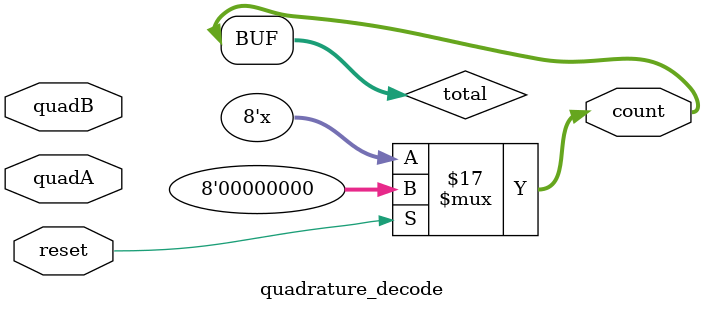
<source format=v>
module quadrature_decode(
    reset,
    quadA, 
    quadB, 
    count
);
    input reset, quadA, quadB;
    output [7:0] count;
    reg [3:0] combined; 
    reg [7:0] total;
    reg [2:0] num;
    always @ ( * )
    begin
        if (reset) begin
            combined = 4'b0000;
            total = 0;
            num = 0;
        end
        else begin
            combined = combined << 2;
            combined = combined | {quadA, quadB};
            num = 0;
            case (combined)
                4'b0000 : num =  2'd0;
                4'b0001 : num = -2'd1;
                4'b0010 : num =  2'd1;
                4'b0011 : num =  2'd0;
                4'b0100 : num =  2'd1;
                4'b0101 : num =  2'd0;
                4'b0110 : num =  2'd0;
                4'b0111 : num = -2'd1;
                4'b1000 : num = -2'd1;
                4'b1001 : num =  2'd0;
                4'b1010 : num =  2'd0;
                4'b1011 : num =  2'd1;
                4'b1100 : num =  2'd0;
                4'b1101 : num =  2'd1;
                4'b1110 : num = -2'd1;
                4'b1111 : num =  2'd0;
            endcase
            total = $signed(total) + $signed(num);
        end
    end
    assign count = total;
endmodule
</source>
